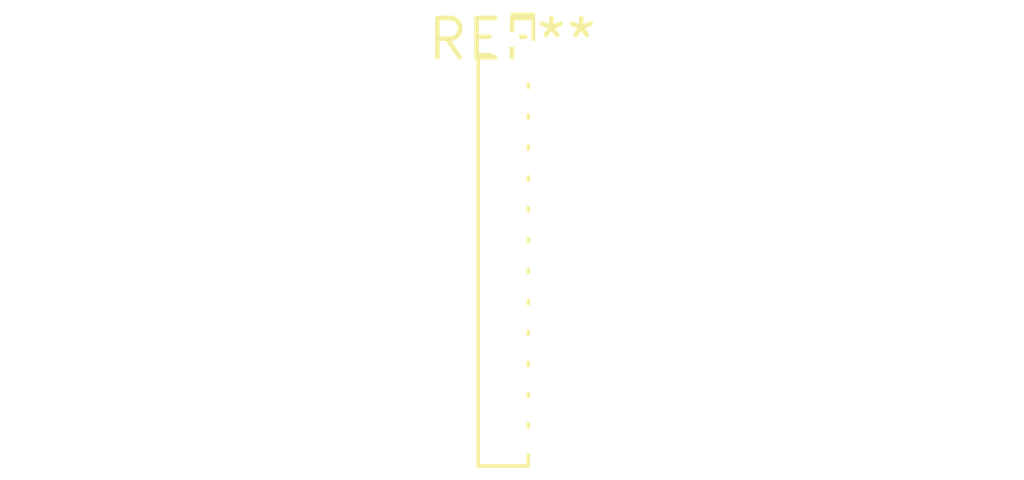
<source format=kicad_pcb>
(kicad_pcb (version 20240108) (generator pcbnew)
  (layers (0 "F.Cu" signal) (31 "B.Cu" signal) (34 "B.Paste" user) (35 "F.Paste" user) (36 "B.SilkS" user "B.Silkscreen") (37 "F.SilkS" user "F.Silkscreen") (38 "B.Mask" user) (39 "F.Mask" user) (44 "Edge.Cuts" user))
  (net 0 "")
  (footprint "PinSocket_1x14_P1.00mm_Vertical" (layer "F.Cu") (at 0 0)
    (property "Reference" "REF**")
    (property "Value" "PinSocket_1x14_P1.00mm_Vertical")
    (fp_line (start -1.1 0.5) (end -1.1 13.81) (layer "F.SilkS") (stroke (width 0.12)))
    (fp_line (start -1.1 0.5) (end -0.685 0.5) (layer "F.SilkS") (stroke (width 0.12)))
    (fp_line (start -1.1 13.81) (end 0.52 13.81) (layer "F.SilkS") (stroke (width 0.12)))
    (fp_line (start 0 -0.81) (end 0.685 -0.81) (layer "F.SilkS") (stroke (width 0.12)))
    (fp_line (start 0.52 1.445898) (end 0.52 1.554102) (layer "F.SilkS") (stroke (width 0.12)))
    (fp_line (start 0.52 2.445898) (end 0.52 2.554102) (layer "F.SilkS") (stroke (width 0.12)))
    (fp_line (start 0.52 3.445898) (end 0.52 3.554102) (layer "F.SilkS") (stroke (width 0.12)))
    (fp_line (start 0.52 4.445898) (end 0.52 4.554102) (layer "F.SilkS") (stroke (width 0.12)))
    (fp_line (start 0.52 5.445898) (end 0.52 5.554102) (layer "F.SilkS") (stroke (width 0.12)))
    (fp_line (start 0.52 6.445898) (end 0.52 6.554102) (layer "F.SilkS") (stroke (width 0.12)))
    (fp_line (start 0.52 7.445898) (end 0.52 7.554102) (layer "F.SilkS") (stroke (width 0.12)))
    (fp_line (start 0.52 8.445898) (end 0.52 8.554102) (layer "F.SilkS") (stroke (width 0.12)))
    (fp_line (start 0.52 9.445898) (end 0.52 9.554102) (layer "F.SilkS") (stroke (width 0.12)))
    (fp_line (start 0.52 10.445898) (end 0.52 10.554102) (layer "F.SilkS") (stroke (width 0.12)))
    (fp_line (start 0.52 11.445898) (end 0.52 11.554102) (layer "F.SilkS") (stroke (width 0.12)))
    (fp_line (start 0.52 12.445898) (end 0.52 12.554102) (layer "F.SilkS") (stroke (width 0.12)))
    (fp_line (start 0.52 13.445898) (end 0.52 13.81) (layer "F.SilkS") (stroke (width 0.12)))
    (fp_line (start 0.685 -0.81) (end 0.685 0) (layer "F.SilkS") (stroke (width 0.12)))
    (pad "1" thru_hole rect (at 0 0) (size 0.85 0.85) (drill 0.5) (layers *.Cu *.Mask) (remove_unused_layers))
    (pad "2" thru_hole oval (at 0 1) (size 0.85 0.85) (drill 0.5) (layers *.Cu *.Mask) (remove_unused_layers))
    (pad "3" thru_hole oval (at 0 2) (size 0.85 0.85) (drill 0.5) (layers *.Cu *.Mask) (remove_unused_layers))
    (pad "4" thru_hole oval (at 0 3) (size 0.85 0.85) (drill 0.5) (layers *.Cu *.Mask) (remove_unused_layers))
    (pad "5" thru_hole oval (at 0 4) (size 0.85 0.85) (drill 0.5) (layers *.Cu *.Mask) (remove_unused_layers))
    (pad "6" thru_hole oval (at 0 5) (size 0.85 0.85) (drill 0.5) (layers *.Cu *.Mask) (remove_unused_layers))
    (pad "7" thru_hole oval (at 0 6) (size 0.85 0.85) (drill 0.5) (layers *.Cu *.Mask) (remove_unused_layers))
    (pad "8" thru_hole oval (at 0 7) (size 0.85 0.85) (drill 0.5) (layers *.Cu *.Mask) (remove_unused_layers))
    (pad "9" thru_hole oval (at 0 8) (size 0.85 0.85) (drill 0.5) (layers *.Cu *.Mask) (remove_unused_layers))
    (pad "10" thru_hole oval (at 0 9) (size 0.85 0.85) (drill 0.5) (layers *.Cu *.Mask) (remove_unused_layers))
    (pad "11" thru_hole oval (at 0 10) (size 0.85 0.85) (drill 0.5) (layers *.Cu *.Mask) (remove_unused_layers))
    (pad "12" thru_hole oval (at 0 11) (size 0.85 0.85) (drill 0.5) (layers *.Cu *.Mask) (remove_unused_layers))
    (pad "13" thru_hole oval (at 0 12) (size 0.85 0.85) (drill 0.5) (layers *.Cu *.Mask) (remove_unused_layers))
    (pad "14" thru_hole oval (at 0 13) (size 0.85 0.85) (drill 0.5) (layers *.Cu *.Mask) (remove_unused_layers))
  )
)
</source>
